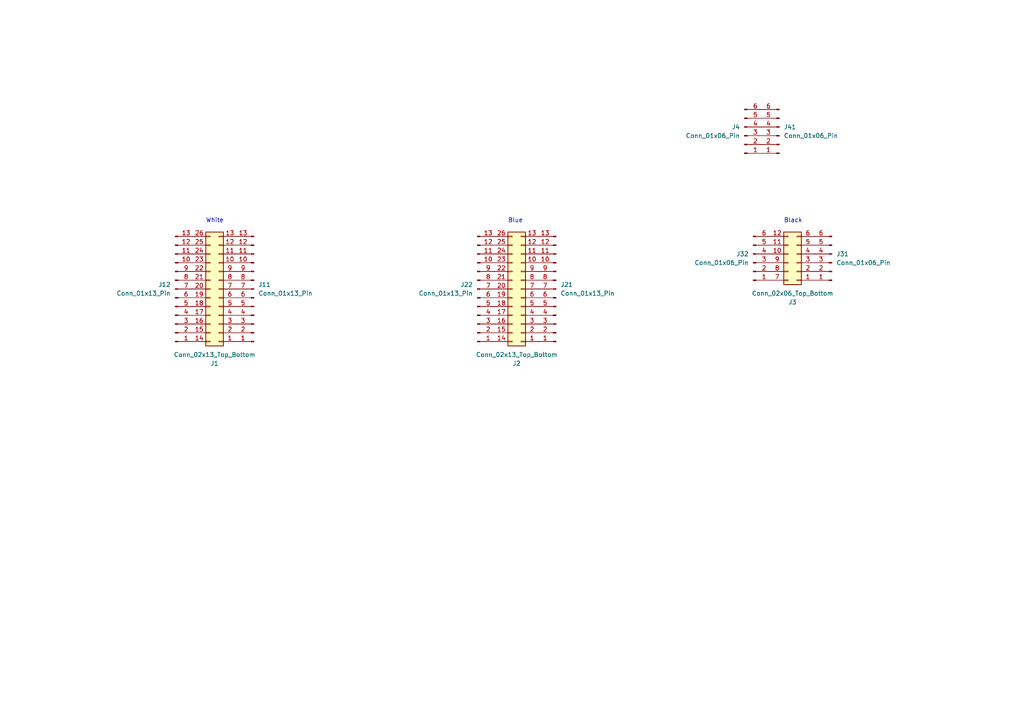
<source format=kicad_sch>
(kicad_sch (version 20230121) (generator eeschema)
  (paper "A4")
  (lib_symbols
    (symbol "Connector:Conn_01x06_Pin" (pin_names (offset 1.016) hide)
      (property "Reference" "J" (at 0 7.62 0))
      (property "Value" "Conn_01x06_Pin" (at 0 -10.16 0))
      (symbol "Conn_01x06_Pin_1_1"
        (polyline (pts (xy 1.27 -7.62) (xy 0.8636 -7.62)) (stroke (width 0.1524)))
        (polyline (pts (xy 1.27 -5.08) (xy 0.8636 -5.08)) (stroke (width 0.1524)))
        (polyline (pts (xy 1.27 -2.54) (xy 0.8636 -2.54)) (stroke (width 0.1524)))
        (polyline (pts (xy 1.27 0) (xy 0.8636 0)) (stroke (width 0.1524)))
        (polyline (pts (xy 1.27 2.54) (xy 0.8636 2.54)) (stroke (width 0.1524)))
        (polyline (pts (xy 1.27 5.08) (xy 0.8636 5.08)) (stroke (width 0.1524)))
        (rectangle (start 0.8636 -7.493) (end 0 -7.747) (stroke (width 0.1524)) (fill (type outline)))
        (rectangle (start 0.8636 -4.953) (end 0 -5.207) (stroke (width 0.1524)) (fill (type outline)))
        (rectangle (start 0.8636 -2.413) (end 0 -2.667) (stroke (width 0.1524)) (fill (type outline)))
        (rectangle (start 0.8636 0.127) (end 0 -0.127) (stroke (width 0.1524)) (fill (type outline)))
        (rectangle (start 0.8636 2.667) (end 0 2.413) (stroke (width 0.1524)) (fill (type outline)))
        (rectangle (start 0.8636 5.207) (end 0 4.953) (stroke (width 0.1524)) (fill (type outline)))
        (pin passive line (at 5.08 5.08 180) (length 3.81) (name "Pin_1") (number "1"))
        (pin passive line (at 5.08 2.54 180) (length 3.81) (name "Pin_2") (number "2"))
        (pin passive line (at 5.08 0 180) (length 3.81) (name "Pin_3") (number "3"))
        (pin passive line (at 5.08 -2.54 180) (length 3.81) (name "Pin_4") (number "4"))
        (pin passive line (at 5.08 -5.08 180) (length 3.81) (name "Pin_5") (number "5"))
        (pin passive line (at 5.08 -7.62 180) (length 3.81) (name "Pin_6") (number "6"))
      )
    )
    (symbol "Connector:Conn_01x13_Pin" (pin_names (offset 1.016) hide)
      (property "Reference" "J" (at 0 17.78 0))
      (property "Value" "Conn_01x13_Pin" (at 0 -17.78 0))
      (symbol "Conn_01x13_Pin_1_1"
        (polyline (pts (xy 1.27 -15.24) (xy 0.8636 -15.24)) (stroke (width 0.1524)))
        (polyline (pts (xy 1.27 -12.7) (xy 0.8636 -12.7)) (stroke (width 0.1524)))
        (polyline (pts (xy 1.27 -10.16) (xy 0.8636 -10.16)) (stroke (width 0.1524)))
        (polyline (pts (xy 1.27 -7.62) (xy 0.8636 -7.62)) (stroke (width 0.1524)))
        (polyline (pts (xy 1.27 -5.08) (xy 0.8636 -5.08)) (stroke (width 0.1524)))
        (polyline (pts (xy 1.27 -2.54) (xy 0.8636 -2.54)) (stroke (width 0.1524)))
        (polyline (pts (xy 1.27 0) (xy 0.8636 0)) (stroke (width 0.1524)))
        (polyline (pts (xy 1.27 2.54) (xy 0.8636 2.54)) (stroke (width 0.1524)))
        (polyline (pts (xy 1.27 5.08) (xy 0.8636 5.08)) (stroke (width 0.1524)))
        (polyline (pts (xy 1.27 7.62) (xy 0.8636 7.62)) (stroke (width 0.1524)))
        (polyline (pts (xy 1.27 10.16) (xy 0.8636 10.16)) (stroke (width 0.1524)))
        (polyline (pts (xy 1.27 12.7) (xy 0.8636 12.7)) (stroke (width 0.1524)))
        (polyline (pts (xy 1.27 15.24) (xy 0.8636 15.24)) (stroke (width 0.1524)))
        (rectangle (start 0.8636 -15.113) (end 0 -15.367) (stroke (width 0.1524)) (fill (type outline)))
        (rectangle (start 0.8636 -12.573) (end 0 -12.827) (stroke (width 0.1524)) (fill (type outline)))
        (rectangle (start 0.8636 -10.033) (end 0 -10.287) (stroke (width 0.1524)) (fill (type outline)))
        (rectangle (start 0.8636 -7.493) (end 0 -7.747) (stroke (width 0.1524)) (fill (type outline)))
        (rectangle (start 0.8636 -4.953) (end 0 -5.207) (stroke (width 0.1524)) (fill (type outline)))
        (rectangle (start 0.8636 -2.413) (end 0 -2.667) (stroke (width 0.1524)) (fill (type outline)))
        (rectangle (start 0.8636 0.127) (end 0 -0.127) (stroke (width 0.1524)) (fill (type outline)))
        (rectangle (start 0.8636 2.667) (end 0 2.413) (stroke (width 0.1524)) (fill (type outline)))
        (rectangle (start 0.8636 5.207) (end 0 4.953) (stroke (width 0.1524)) (fill (type outline)))
        (rectangle (start 0.8636 7.747) (end 0 7.493) (stroke (width 0.1524)) (fill (type outline)))
        (rectangle (start 0.8636 10.287) (end 0 10.033) (stroke (width 0.1524)) (fill (type outline)))
        (rectangle (start 0.8636 12.827) (end 0 12.573) (stroke (width 0.1524)) (fill (type outline)))
        (rectangle (start 0.8636 15.367) (end 0 15.113) (stroke (width 0.1524)) (fill (type outline)))
        (pin passive line (at 5.08 15.24 180) (length 3.81) (name "Pin_1") (number "1"))
        (pin passive line (at 5.08 -7.62 180) (length 3.81) (name "Pin_10") (number "10"))
        (pin passive line (at 5.08 -10.16 180) (length 3.81) (name "Pin_11") (number "11"))
        (pin passive line (at 5.08 -12.7 180) (length 3.81) (name "Pin_12") (number "12"))
        (pin passive line (at 5.08 -15.24 180) (length 3.81) (name "Pin_13") (number "13"))
        (pin passive line (at 5.08 12.7 180) (length 3.81) (name "Pin_2") (number "2"))
        (pin passive line (at 5.08 10.16 180) (length 3.81) (name "Pin_3") (number "3"))
        (pin passive line (at 5.08 7.62 180) (length 3.81) (name "Pin_4") (number "4"))
        (pin passive line (at 5.08 5.08 180) (length 3.81) (name "Pin_5") (number "5"))
        (pin passive line (at 5.08 2.54 180) (length 3.81) (name "Pin_6") (number "6"))
        (pin passive line (at 5.08 0 180) (length 3.81) (name "Pin_7") (number "7"))
        (pin passive line (at 5.08 -2.54 180) (length 3.81) (name "Pin_8") (number "8"))
        (pin passive line (at 5.08 -5.08 180) (length 3.81) (name "Pin_9") (number "9"))
      )
    )
    (symbol "Connector_Generic:Conn_02x06_Top_Bottom" (pin_names (offset 1.016) hide)
      (property "Reference" "J" (at 1.27 7.62 0))
      (property "Value" "Conn_02x06_Top_Bottom" (at 1.27 -10.16 0))
      (symbol "Conn_02x06_Top_Bottom_1_1"
        (rectangle (start -1.27 -7.493) (end 0 -7.747) (stroke (width 0.1524)))
        (rectangle (start -1.27 -4.953) (end 0 -5.207) (stroke (width 0.1524)))
        (rectangle (start -1.27 -2.413) (end 0 -2.667) (stroke (width 0.1524)))
        (rectangle (start -1.27 0.127) (end 0 -0.127) (stroke (width 0.1524)))
        (rectangle (start -1.27 2.667) (end 0 2.413) (stroke (width 0.1524)))
        (rectangle (start -1.27 5.207) (end 0 4.953) (stroke (width 0.1524)))
        (rectangle (start -1.27 6.35) (end 3.81 -8.89) (stroke (width 0.254)) (fill (type background)))
        (rectangle (start 3.81 -7.493) (end 2.54 -7.747) (stroke (width 0.1524)))
        (rectangle (start 3.81 -4.953) (end 2.54 -5.207) (stroke (width 0.1524)))
        (rectangle (start 3.81 -2.413) (end 2.54 -2.667) (stroke (width 0.1524)))
        (rectangle (start 3.81 0.127) (end 2.54 -0.127) (stroke (width 0.1524)))
        (rectangle (start 3.81 2.667) (end 2.54 2.413) (stroke (width 0.1524)))
        (rectangle (start 3.81 5.207) (end 2.54 4.953) (stroke (width 0.1524)))
        (pin passive line (at -5.08 5.08 0) (length 3.81) (name "Pin_1") (number "1"))
        (pin passive line (at 7.62 -2.54 180) (length 3.81) (name "Pin_10") (number "10"))
        (pin passive line (at 7.62 -5.08 180) (length 3.81) (name "Pin_11") (number "11"))
        (pin passive line (at 7.62 -7.62 180) (length 3.81) (name "Pin_12") (number "12"))
        (pin passive line (at -5.08 2.54 0) (length 3.81) (name "Pin_2") (number "2"))
        (pin passive line (at -5.08 0 0) (length 3.81) (name "Pin_3") (number "3"))
        (pin passive line (at -5.08 -2.54 0) (length 3.81) (name "Pin_4") (number "4"))
        (pin passive line (at -5.08 -5.08 0) (length 3.81) (name "Pin_5") (number "5"))
        (pin passive line (at -5.08 -7.62 0) (length 3.81) (name "Pin_6") (number "6"))
        (pin passive line (at 7.62 5.08 180) (length 3.81) (name "Pin_7") (number "7"))
        (pin passive line (at 7.62 2.54 180) (length 3.81) (name "Pin_8") (number "8"))
        (pin passive line (at 7.62 0 180) (length 3.81) (name "Pin_9") (number "9"))
      )
    )
    (symbol "Connector_Generic:Conn_02x13_Top_Bottom" (pin_names (offset 1.016) hide)
      (property "Reference" "J" (at 1.27 17.78 0))
      (property "Value" "Conn_02x13_Top_Bottom" (at 1.27 -17.78 0))
      (symbol "Conn_02x13_Top_Bottom_1_1"
        (rectangle (start -1.27 -15.113) (end 0 -15.367) (stroke (width 0.1524)))
        (rectangle (start -1.27 -12.573) (end 0 -12.827) (stroke (width 0.1524)))
        (rectangle (start -1.27 -10.033) (end 0 -10.287) (stroke (width 0.1524)))
        (rectangle (start -1.27 -7.493) (end 0 -7.747) (stroke (width 0.1524)))
        (rectangle (start -1.27 -4.953) (end 0 -5.207) (stroke (width 0.1524)))
        (rectangle (start -1.27 -2.413) (end 0 -2.667) (stroke (width 0.1524)))
        (rectangle (start -1.27 0.127) (end 0 -0.127) (stroke (width 0.1524)))
        (rectangle (start -1.27 2.667) (end 0 2.413) (stroke (width 0.1524)))
        (rectangle (start -1.27 5.207) (end 0 4.953) (stroke (width 0.1524)))
        (rectangle (start -1.27 7.747) (end 0 7.493) (stroke (width 0.1524)))
        (rectangle (start -1.27 10.287) (end 0 10.033) (stroke (width 0.1524)))
        (rectangle (start -1.27 12.827) (end 0 12.573) (stroke (width 0.1524)))
        (rectangle (start -1.27 15.367) (end 0 15.113) (stroke (width 0.1524)))
        (rectangle (start -1.27 16.51) (end 3.81 -16.51) (stroke (width 0.254)) (fill (type background)))
        (rectangle (start 3.81 -15.113) (end 2.54 -15.367) (stroke (width 0.1524)))
        (rectangle (start 3.81 -12.573) (end 2.54 -12.827) (stroke (width 0.1524)))
        (rectangle (start 3.81 -10.033) (end 2.54 -10.287) (stroke (width 0.1524)))
        (rectangle (start 3.81 -7.493) (end 2.54 -7.747) (stroke (width 0.1524)))
        (rectangle (start 3.81 -4.953) (end 2.54 -5.207) (stroke (width 0.1524)))
        (rectangle (start 3.81 -2.413) (end 2.54 -2.667) (stroke (width 0.1524)))
        (rectangle (start 3.81 0.127) (end 2.54 -0.127) (stroke (width 0.1524)))
        (rectangle (start 3.81 2.667) (end 2.54 2.413) (stroke (width 0.1524)))
        (rectangle (start 3.81 5.207) (end 2.54 4.953) (stroke (width 0.1524)))
        (rectangle (start 3.81 7.747) (end 2.54 7.493) (stroke (width 0.1524)))
        (rectangle (start 3.81 10.287) (end 2.54 10.033) (stroke (width 0.1524)))
        (rectangle (start 3.81 12.827) (end 2.54 12.573) (stroke (width 0.1524)))
        (rectangle (start 3.81 15.367) (end 2.54 15.113) (stroke (width 0.1524)))
        (pin passive line (at -5.08 15.24 0) (length 3.81) (name "Pin_1") (number "1"))
        (pin passive line (at -5.08 -7.62 0) (length 3.81) (name "Pin_10") (number "10"))
        (pin passive line (at -5.08 -10.16 0) (length 3.81) (name "Pin_11") (number "11"))
        (pin passive line (at -5.08 -12.7 0) (length 3.81) (name "Pin_12") (number "12"))
        (pin passive line (at -5.08 -15.24 0) (length 3.81) (name "Pin_13") (number "13"))
        (pin passive line (at 7.62 15.24 180) (length 3.81) (name "Pin_14") (number "14"))
        (pin passive line (at 7.62 12.7 180) (length 3.81) (name "Pin_15") (number "15"))
        (pin passive line (at 7.62 10.16 180) (length 3.81) (name "Pin_16") (number "16"))
        (pin passive line (at 7.62 7.62 180) (length 3.81) (name "Pin_17") (number "17"))
        (pin passive line (at 7.62 5.08 180) (length 3.81) (name "Pin_18") (number "18"))
        (pin passive line (at 7.62 2.54 180) (length 3.81) (name "Pin_19") (number "19"))
        (pin passive line (at -5.08 12.7 0) (length 3.81) (name "Pin_2") (number "2"))
        (pin passive line (at 7.62 0 180) (length 3.81) (name "Pin_20") (number "20"))
        (pin passive line (at 7.62 -2.54 180) (length 3.81) (name "Pin_21") (number "21"))
        (pin passive line (at 7.62 -5.08 180) (length 3.81) (name "Pin_22") (number "22"))
        (pin passive line (at 7.62 -7.62 180) (length 3.81) (name "Pin_23") (number "23"))
        (pin passive line (at 7.62 -10.16 180) (length 3.81) (name "Pin_24") (number "24"))
        (pin passive line (at 7.62 -12.7 180) (length 3.81) (name "Pin_25") (number "25"))
        (pin passive line (at 7.62 -15.24 180) (length 3.81) (name "Pin_26") (number "26"))
        (pin passive line (at -5.08 10.16 0) (length 3.81) (name "Pin_3") (number "3"))
        (pin passive line (at -5.08 7.62 0) (length 3.81) (name "Pin_4") (number "4"))
        (pin passive line (at -5.08 5.08 0) (length 3.81) (name "Pin_5") (number "5"))
        (pin passive line (at -5.08 2.54 0) (length 3.81) (name "Pin_6") (number "6"))
        (pin passive line (at -5.08 0 0) (length 3.81) (name "Pin_7") (number "7"))
        (pin passive line (at -5.08 -2.54 0) (length 3.81) (name "Pin_8") (number "8"))
        (pin passive line (at -5.08 -5.08 0) (length 3.81) (name "Pin_9") (number "9"))
      )
    )
  )
  (text "White" (at 59.69 64.77 0) (effects (font (size 1.27 1.27)) (justify left bottom)))
  (text "Black" (at 227.33 64.77 0) (effects (font (size 1.27 1.27)) (justify left bottom)))
  (text "Blue" (at 147.32 64.77 0) (effects (font (size 1.27 1.27)) (justify left bottom)))
  (symbol (lib_id "Connector_Generic:Conn_02x13_Top_Bottom") (at 63.5 83.82 180) (unit 1)
    (property "Reference" "J1" (at 62.23 105.41 0))
    (property "Value" "Conn_02x13_Top_Bottom" (at 62.23 102.87 0))
    (property "Footprint" "Connector_PinHeader_2.54mm:PinHeader_2x13_P2.54mm_Vertical" (effects hide))
  )
  (symbol (lib_id "Connector:Conn_01x06_Pin") (at 215.9 39.37 0) (mirror x) (unit 1)
    (property "Reference" "J4" (at 214.63 36.83 0) (effects (justify right)))
    (property "Value" "Conn_01x06_Pin" (at 214.63 39.37 0) (effects (justify right)))
    (property "Footprint" "Connector_PinHeader_2.54mm:PinHeader_1x06_P2.54mm_Vertical" (effects hide))
  )
  (symbol (lib_id "Connector:Conn_01x06_Pin") (at 226.06 39.37 180) (unit 1)
    (property "Reference" "J41" (at 227.33 36.83 0) (effects (justify right)))
    (property "Value" "Conn_01x06_Pin" (at 227.33 39.37 0) (effects (justify right)))
    (property "Footprint" "Connector_PinHeader_2.54mm:PinHeader_1x06_P2.54mm_Vertical" (effects hide))
  )
  (symbol (lib_id "Connector:Conn_01x06_Pin") (at 218.44 76.2 0) (mirror x) (unit 1)
    (property "Reference" "J32" (at 217.17 73.66 0) (effects (justify right)))
    (property "Value" "Conn_01x06_Pin" (at 217.17 76.2 0) (effects (justify right)))
    (property "Footprint" "Connector_PinHeader_2.54mm:PinHeader_1x06_P2.54mm_Vertical" (effects hide))
  )
  (symbol (lib_id "Connector_Generic:Conn_02x06_Top_Bottom") (at 231.14 76.2 180) (unit 1)
    (property "Reference" "J3" (at 229.87 87.63 0))
    (property "Value" "Conn_02x06_Top_Bottom" (at 229.87 85.09 0))
    (property "Footprint" "Connector_PinHeader_2.54mm:PinHeader_2x06_P2.54mm_Vertical" (effects hide))
  )
  (symbol (lib_id "Connector:Conn_01x13_Pin") (at 50.8 83.82 0) (mirror x) (unit 1)
    (property "Reference" "J12" (at 49.53 82.55 0) (effects (justify right)))
    (property "Value" "Conn_01x13_Pin" (at 49.53 85.09 0) (effects (justify right)))
    (property "Footprint" "Connector_PinHeader_2.54mm:PinHeader_1x13_P2.54mm_Vertical" (effects hide))
  )
  (symbol (lib_id "Connector_Generic:Conn_02x13_Top_Bottom") (at 151.13 83.82 180) (unit 1)
    (property "Reference" "J2" (at 149.86 105.41 0))
    (property "Value" "Conn_02x13_Top_Bottom" (at 149.86 102.87 0))
    (property "Footprint" "Connector_PinHeader_2.54mm:PinHeader_2x13_P2.54mm_Vertical" (effects hide))
  )
  (symbol (lib_id "Connector:Conn_01x06_Pin") (at 241.3 76.2 180) (unit 1)
    (property "Reference" "J31" (at 242.57 73.66 0) (effects (justify right)))
    (property "Value" "Conn_01x06_Pin" (at 242.57 76.2 0) (effects (justify right)))
    (property "Footprint" "Connector_PinHeader_2.54mm:PinHeader_1x06_P2.54mm_Vertical" (effects hide))
  )
  (symbol (lib_id "Connector:Conn_01x13_Pin") (at 73.66 83.82 180) (unit 1)
    (property "Reference" "J11" (at 74.93 82.55 0) (effects (justify right)))
    (property "Value" "Conn_01x13_Pin" (at 74.93 85.09 0) (effects (justify right)))
    (property "Footprint" "Connector_PinHeader_2.54mm:PinHeader_1x13_P2.54mm_Vertical" (effects hide))
  )
  (symbol (lib_id "Connector:Conn_01x13_Pin") (at 138.43 83.82 0) (mirror x) (unit 1)
    (property "Reference" "J22" (at 137.16 82.55 0) (effects (justify right)))
    (property "Value" "Conn_01x13_Pin" (at 137.16 85.09 0) (effects (justify right)))
    (property "Footprint" "Connector_PinHeader_2.54mm:PinHeader_1x13_P2.54mm_Vertical" (effects hide))
  )
  (symbol (lib_id "Connector:Conn_01x13_Pin") (at 161.29 83.82 180) (unit 1)
    (property "Reference" "J21" (at 162.56 82.55 0) (effects (justify right)))
    (property "Value" "Conn_01x13_Pin" (at 162.56 85.09 0) (effects (justify right)))
    (property "Footprint" "Connector_PinHeader_2.54mm:PinHeader_1x13_P2.54mm_Vertical" (effects hide))
  )
)
</source>
